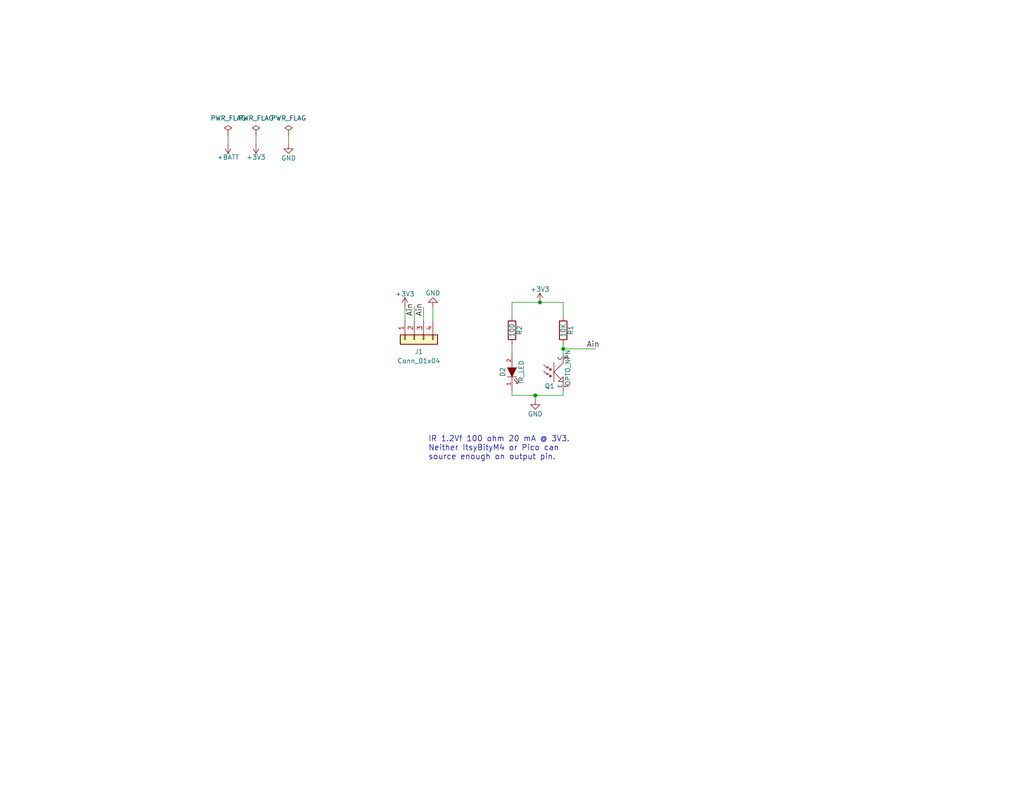
<source format=kicad_sch>
(kicad_sch (version 20211123) (generator eeschema)
  (paper "USLetter")
  (title_block (title "Breadboard IR") (date "2023-07-03") (rev "0.0") (company "www.MakersBox.us") (comment 1 "K. Olsen"))
  (lib_symbols
    (symbol "Connector_Generic:Conn_01x04" (pin_names (offset 1.016) hide)
      (property "Reference" "J" (at 0 5.08 0))
      (property "Value" "Conn_01x04" (at 0 -7.62 0))
      (symbol "Conn_01x04_1_1"
        (rectangle (start -1.27 -4.953) (end 0 -5.207) (stroke (width 0.1524)))
        (rectangle (start -1.27 -2.413) (end 0 -2.667) (stroke (width 0.1524)))
        (rectangle (start -1.27 0.127) (end 0 -0.127) (stroke (width 0.1524)))
        (rectangle (start -1.27 2.667) (end 0 2.413) (stroke (width 0.1524)))
        (rectangle (start -1.27 3.81) (end 1.27 -6.35) (stroke (width 0.254)) (fill (type background)))
        (pin passive line (at -5.08 2.54 0) (length 3.81) (name "Pin_1") (number "1"))
        (pin passive line (at -5.08 0 0) (length 3.81) (name "Pin_2") (number "2"))
        (pin passive line (at -5.08 -2.54 0) (length 3.81) (name "Pin_3") (number "3"))
        (pin passive line (at -5.08 -5.08 0) (length 3.81) (name "Pin_4") (number "4"))
      )
    )
    (symbol "project:+3.3V" (power) (pin_names (offset 0))
      (property "Value" "+3.3V" (at 0 3.556 0))
      (symbol "+3.3V_0_1"
        (polyline (pts (xy -0.762 1.27) (xy 0 2.54)))
        (polyline (pts (xy 0 0) (xy 0 2.54)))
        (polyline (pts (xy 0 2.54) (xy 0.762 1.27)))
      )
      (symbol "+3.3V_1_1"
        (pin power_in line (at 0 0 90) (length 0) hide (name "+3V3") (number "1"))
      )
    )
    (symbol "project:Device_R" (pin_numbers hide) (pin_names (offset 0))
      (property "Reference" "R" (at 2.032 0 90))
      (property "Value" "Device_R" (at 0 0 90))
      (symbol "Device_R_0_1"
        (rectangle (start -1.016 -2.54) (end 1.016 2.54) (stroke (width 0.254)))
      )
      (symbol "Device_R_1_1"
        (pin passive line (at 0 3.81 270) (length 1.27) (name "~") (number "1"))
        (pin passive line (at 0 -3.81 90) (length 1.27) (name "~") (number "2"))
      )
    )
    (symbol "project:base-rescue_LED-RESCUE-base" (pin_names (offset 1.016) hide)
      (property "Reference" "D" (at 0 2.54 0))
      (property "Value" "base-rescue_LED-RESCUE-base" (at 0 -2.54 0))
      (symbol "base-rescue_LED-RESCUE-base_0_1"
        (polyline (pts (xy -1.27 1.27) (xy -1.27 -1.27)))
        (polyline (pts (xy -2.032 -0.635) (xy -3.175 -1.651) (xy -3.048 -1.016)))
        (polyline (pts (xy -1.651 -1.016) (xy -2.794 -2.032) (xy -2.667 -1.397)))
        (polyline (pts (xy 1.27 1.27) (xy -1.27 0) (xy 1.27 -1.27)) (fill (type outline)))
      )
      (symbol "base-rescue_LED-RESCUE-base_1_1"
        (pin passive line (at -5.08 0 0) (length 3.81) (name "K") (number "1"))
        (pin passive line (at 5.08 0 180) (length 3.81) (name "A") (number "2"))
      )
    )
    (symbol "project:base-rescue_OPTO_NPN" (pin_names (offset 0))
      (property "Reference" "Q" (at 3.81 1.27 0))
      (property "Value" "base-rescue_OPTO_NPN" (at 3.81 -2.54 0))
      (symbol "base-rescue_OPTO_NPN_0_1"
        (polyline (pts (xy 0 0) (xy 1.905 -1.905)))
        (polyline (pts (xy 0 0) (xy 2.54 2.54)))
        (polyline (pts (xy 0 2.54) (xy 0 -2.54)))
        (polyline (pts (xy -0.762 -1.27) (xy -0.762 -0.762) (xy -1.27 -1.27) (xy -0.762 -1.27) (xy -0.762 -1.27)))
        (polyline (pts (xy 1.27 -2.54) (xy 2.54 -2.54) (xy 2.54 -1.27) (xy 1.27 -2.54) (xy 1.27 -2.54)))
        (polyline (pts (xy -2.794 0.254) (xy -1.778 -0.762) (xy -1.778 -0.254) (xy -0.762 -1.27) (xy -0.762 -1.27) (xy -0.762 -1.27)))
        (polyline (pts (xy -2.794 2.032) (xy -1.778 1.016) (xy -1.778 1.524) (xy -0.762 0.508) (xy -0.762 0.508) (xy -0.762 0.508)))
        (polyline (pts (xy -0.762 0.508) (xy -0.762 1.016) (xy -1.27 0.508) (xy -0.762 0.508) (xy -0.762 0.508) (xy -0.762 0.508)))
      )
      (symbol "base-rescue_OPTO_NPN_1_1"
        (pin passive line (at 2.54 -5.08 90) (length 2.54) (name "E") (number "1"))
        (pin passive line (at 2.54 5.08 270) (length 2.54) (name "C") (number "3"))
      )
    )
    (symbol "project:power_+BATT" (power) (pin_names (offset 0))
      (property "Value" "power_+BATT" (at 0 3.556 0))
      (symbol "power_+BATT_0_1"
        (polyline (pts (xy -0.762 1.27) (xy 0 2.54)))
        (polyline (pts (xy 0 0) (xy 0 2.54)))
        (polyline (pts (xy 0 2.54) (xy 0.762 1.27)))
      )
      (symbol "power_+BATT_1_1"
        (pin power_in line (at 0 0 90) (length 0) hide (name "+BATT") (number "1"))
      )
    )
    (symbol "project:power_GND" (power) (pin_names (offset 0))
      (property "Value" "power_GND" (at 0 -3.81 0))
      (symbol "power_GND_0_1"
        (polyline (pts (xy 0 0) (xy 0 -1.27) (xy 1.27 -1.27) (xy 0 -2.54) (xy -1.27 -1.27) (xy 0 -1.27)))
      )
      (symbol "power_GND_1_1"
        (pin power_in line (at 0 0 270) (length 0) hide (name "GND") (number "1"))
      )
    )
    (symbol "project:power_PWR_FLAG" (power) (pin_numbers hide) (pin_names (offset 0) hide)
      (property "Value" "power_PWR_FLAG" (at 0 3.81 0))
      (symbol "power_PWR_FLAG_0_0"
        (pin power_out line (at 0 0 90) (length 0) (name "pwr") (number "1"))
      )
      (symbol "power_PWR_FLAG_0_1"
        (polyline (pts (xy 0 0) (xy 0 1.27) (xy -1.016 1.905) (xy 0 2.54) (xy 1.016 1.905) (xy 0 1.27)))
      )
    )
  )
  (junction (at 147.32 82.55))
  (junction (at 146.05 107.95))
  (junction (at 153.67 95.25))
  (wire (pts (xy 139.7 107.95) (xy 146.05 107.95)))
  (wire (pts (xy 115.57 83.82) (xy 115.57 87.63)))
  (wire (pts (xy 139.7 86.36) (xy 139.7 82.55)))
  (wire (pts (xy 69.85 36.83) (xy 69.85 39.37)))
  (wire (pts (xy 153.67 82.55) (xy 153.67 86.36)))
  (wire (pts (xy 153.67 93.98) (xy 153.67 95.25)))
  (wire (pts (xy 139.7 96.52) (xy 139.7 93.98)))
  (wire (pts (xy 110.49 83.82) (xy 110.49 87.63)))
  (wire (pts (xy 153.67 106.68) (xy 153.67 107.95)))
  (wire (pts (xy 153.67 95.25) (xy 153.67 96.52)))
  (wire (pts (xy 139.7 106.68) (xy 139.7 107.95)))
  (wire (pts (xy 113.03 87.63) (xy 113.03 83.82)))
  (wire (pts (xy 146.05 107.95) (xy 146.05 109.22)))
  (wire (pts (xy 147.32 82.55) (xy 153.67 82.55)))
  (wire (pts (xy 78.74 36.83) (xy 78.74 39.37)))
  (wire (pts (xy 153.67 95.25) (xy 162.56 95.25)))
  (wire (pts (xy 62.23 36.83) (xy 62.23 39.37)))
  (wire (pts (xy 118.11 83.82) (xy 118.11 87.63)))
  (wire (pts (xy 153.67 107.95) (xy 146.05 107.95)))
  (wire (pts (xy 139.7 82.55) (xy 147.32 82.55)))
  (text "IR 1.2Vf 100 ohm 20 mA @ 3V3.\nNeither ItsyBityM4 or Pico can\nsource enough on output pin." (at 116.84 125.73 0) (effects (font (size 1.524 1.524)) (justify left bottom)))
  (label "Ain" (at 115.57 86.36 90) (effects (font (size 1.524 1.524))))
  (label "Ain" (at 160.02 95.25 0) (effects (font (size 1.524 1.524))))
  (label "Ain" (at 113.03 86.36 90) (effects (font (size 1.524 1.524))))
  (symbol (lib_id "project:power_PWR_FLAG") (at 62.23 36.83 0) (unit 1)
    (property "Reference" "#FLG01" (effects hide))
    (property "Value" "PWR_FLAG" (at 62.23 32.258 0))
  )
  (symbol (lib_id "project:power_PWR_FLAG") (at 78.74 36.83 0) (unit 1)
    (property "Reference" "#FLG02" (effects hide))
    (property "Value" "PWR_FLAG" (at 78.74 32.258 0))
  )
  (symbol (lib_id "project:power_GND") (at 78.74 39.37 0) (unit 1)
    (property "Reference" "#PWR03" (effects hide))
    (property "Value" "GND" (at 78.74 43.18 0))
  )
  (symbol (lib_id "project:power_+BATT") (at 62.23 39.37 180) (unit 1)
    (property "Reference" "#PWR04" (effects hide))
    (property "Value" "+BATT" (at 62.23 42.926 0))
  )
  (symbol (lib_id "project:base-rescue_OPTO_NPN") (at 151.13 101.6 0) (unit 1)
    (property "Reference" "Q1" (at 148.59 105.41 0) (effects (justify left)))
    (property "Value" "OPTO_NPN" (at 154.94 105.41 90) (effects (justify left)))
    (property "Footprint" "footprints:PHOTOTRANS-RA" (effects hide))
  )
  (symbol (lib_id "project:base-rescue_LED-RESCUE-base") (at 139.7 101.6 90) (unit 1)
    (property "Reference" "D2" (at 137.16 101.6 0))
    (property "Value" "IR_LED" (at 142.24 101.6 0))
    (property "Footprint" "footprints:LED-3MM_RA" (effects hide))
  )
  (symbol (lib_id "project:power_GND") (at 146.05 109.22 0) (unit 1)
    (property "Reference" "#PWR011" (effects hide))
    (property "Value" "GND" (at 146.05 113.03 0))
  )
  (symbol (lib_id "project:Device_R") (at 139.7 90.17 0) (unit 1)
    (property "Reference" "R2" (at 141.732 90.17 90))
    (property "Value" "100" (at 139.7 90.17 90))
    (property "Footprint" "footprints:Resistor_Horz" (effects hide))
  )
  (symbol (lib_id "project:Device_R") (at 153.67 90.17 0) (unit 1)
    (property "Reference" "R1" (at 155.702 90.17 90))
    (property "Value" "10K" (at 153.67 90.17 90))
    (property "Footprint" "footprints:Resistor_Horz" (effects hide))
  )
  (symbol (lib_id "project:power_PWR_FLAG") (at 69.85 36.83 0) (unit 1)
    (property "Reference" "#FLG012" (effects hide))
    (property "Value" "PWR_FLAG" (at 69.85 32.258 0))
  )
  (symbol (lib_id "project:+3.3V") (at 69.85 39.37 180) (unit 1)
    (property "Reference" "#PWR013" (effects hide))
    (property "Value" "+3.3V" (at 69.85 42.926 0))
  )
  (symbol (lib_id "Connector_Generic:Conn_01x04") (at 113.03 92.71 90) (mirror x) (unit 1)
    (property "Reference" "J1" (at 114.3 96.0104 90))
    (property "Value" "Conn_01x04" (at 114.3 98.5473 90))
    (property "Footprint" "Connector_PinHeader_2.54mm:PinHeader_1x04_P2.54mm_Vertical" (effects hide))
  )
  (symbol (lib_id "project:+3.3V") (at 110.49 83.82 0) (unit 1)
    (property "Reference" "#PWR0103" (effects hide))
    (property "Value" "+3.3V" (at 110.49 80.264 0))
  )
  (symbol (lib_id "project:+3.3V") (at 147.32 82.55 0) (unit 1)
    (property "Reference" "#PWR0102" (effects hide))
    (property "Value" "+3.3V" (at 147.32 78.994 0))
  )
  (symbol (lib_id "project:power_GND") (at 118.11 83.82 180) (unit 1)
    (property "Reference" "#PWR0101" (effects hide))
    (property "Value" "GND" (at 118.11 80.01 0))
  )
)
</source>
